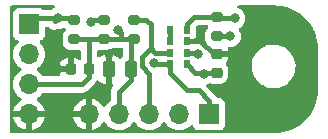
<source format=gbr>
%TF.GenerationSoftware,KiCad,Pcbnew,7.0.7*%
%TF.CreationDate,2024-04-15T22:19:54-04:00*%
%TF.ProjectId,apds9960_breakout,61706473-3939-4363-905f-627265616b6f,rev?*%
%TF.SameCoordinates,Original*%
%TF.FileFunction,Copper,L1,Top*%
%TF.FilePolarity,Positive*%
%FSLAX46Y46*%
G04 Gerber Fmt 4.6, Leading zero omitted, Abs format (unit mm)*
G04 Created by KiCad (PCBNEW 7.0.7) date 2024-04-15 22:19:54*
%MOMM*%
%LPD*%
G01*
G04 APERTURE LIST*
G04 Aperture macros list*
%AMRoundRect*
0 Rectangle with rounded corners*
0 $1 Rounding radius*
0 $2 $3 $4 $5 $6 $7 $8 $9 X,Y pos of 4 corners*
0 Add a 4 corners polygon primitive as box body*
4,1,4,$2,$3,$4,$5,$6,$7,$8,$9,$2,$3,0*
0 Add four circle primitives for the rounded corners*
1,1,$1+$1,$2,$3*
1,1,$1+$1,$4,$5*
1,1,$1+$1,$6,$7*
1,1,$1+$1,$8,$9*
0 Add four rect primitives between the rounded corners*
20,1,$1+$1,$2,$3,$4,$5,0*
20,1,$1+$1,$4,$5,$6,$7,0*
20,1,$1+$1,$6,$7,$8,$9,0*
20,1,$1+$1,$8,$9,$2,$3,0*%
G04 Aperture macros list end*
%TA.AperFunction,SMDPad,CuDef*%
%ADD10RoundRect,0.200000X0.275000X-0.200000X0.275000X0.200000X-0.275000X0.200000X-0.275000X-0.200000X0*%
%TD*%
%TA.AperFunction,ComponentPad*%
%ADD11R,1.700000X1.700000*%
%TD*%
%TA.AperFunction,ComponentPad*%
%ADD12O,1.700000X1.700000*%
%TD*%
%TA.AperFunction,SMDPad,CuDef*%
%ADD13RoundRect,0.225000X-0.250000X0.225000X-0.250000X-0.225000X0.250000X-0.225000X0.250000X0.225000X0*%
%TD*%
%TA.AperFunction,SMDPad,CuDef*%
%ADD14RoundRect,0.250000X0.250000X0.475000X-0.250000X0.475000X-0.250000X-0.475000X0.250000X-0.475000X0*%
%TD*%
%TA.AperFunction,SMDPad,CuDef*%
%ADD15RoundRect,0.200000X-0.275000X0.200000X-0.275000X-0.200000X0.275000X-0.200000X0.275000X0.200000X0*%
%TD*%
%TA.AperFunction,SMDPad,CuDef*%
%ADD16RoundRect,0.225000X0.225000X0.250000X-0.225000X0.250000X-0.225000X-0.250000X0.225000X-0.250000X0*%
%TD*%
%TA.AperFunction,SMDPad,CuDef*%
%ADD17R,0.600000X0.720000*%
%TD*%
%TA.AperFunction,ViaPad*%
%ADD18C,0.800000*%
%TD*%
%TA.AperFunction,Conductor*%
%ADD19C,0.400000*%
%TD*%
G04 APERTURE END LIST*
D10*
%TO.P,R2,1*%
%TO.N,+3V3*%
X135255000Y-86360000D03*
%TO.P,R2,2*%
%TO.N,Net-(J2-Pin_3)*%
X135255000Y-84710000D03*
%TD*%
D11*
%TO.P,J1,1,Pin_1*%
%TO.N,SDA*%
X126365000Y-85090000D03*
D12*
%TO.P,J1,2,Pin_2*%
%TO.N,SCL*%
X126365000Y-87630000D03*
%TO.P,J1,3,Pin_3*%
%TO.N,+3V3*%
X126365000Y-90170000D03*
%TO.P,J1,4,Pin_4*%
%TO.N,GND*%
X126365000Y-92710000D03*
%TD*%
D10*
%TO.P,R3,1*%
%TO.N,+3V3*%
X130175000Y-86360000D03*
%TO.P,R3,2*%
%TO.N,SDA*%
X130175000Y-84710000D03*
%TD*%
%TO.P,R4,1*%
%TO.N,+3V3*%
X132715000Y-86360000D03*
%TO.P,R4,2*%
%TO.N,SCL*%
X132715000Y-84710000D03*
%TD*%
D13*
%TO.P,C2,1*%
%TO.N,GND*%
X142240000Y-87630000D03*
%TO.P,C2,2*%
%TO.N,Net-(U1-VCC)*%
X142240000Y-89180000D03*
%TD*%
D14*
%TO.P,C3,1*%
%TO.N,+3V3*%
X134996000Y-88900000D03*
%TO.P,C3,2*%
%TO.N,GND*%
X133096000Y-88900000D03*
%TD*%
D15*
%TO.P,R1,1*%
%TO.N,+3V3*%
X142240000Y-84455000D03*
%TO.P,R1,2*%
%TO.N,Net-(U1-VCC)*%
X142240000Y-86105000D03*
%TD*%
D16*
%TO.P,C1,1*%
%TO.N,+3V3*%
X131445000Y-88900000D03*
%TO.P,C1,2*%
%TO.N,GND*%
X129895000Y-88900000D03*
%TD*%
D11*
%TO.P,J2,1,Pin_1*%
%TO.N,SDA*%
X141605000Y-92710000D03*
D12*
%TO.P,J2,2,Pin_2*%
%TO.N,SCL*%
X139065000Y-92710000D03*
%TO.P,J2,3,Pin_3*%
%TO.N,Net-(J2-Pin_3)*%
X136525000Y-92710000D03*
%TO.P,J2,4,Pin_4*%
%TO.N,+3V3*%
X133985000Y-92710000D03*
%TO.P,J2,5,Pin_5*%
%TO.N,GND*%
X131445000Y-92710000D03*
%TD*%
D17*
%TO.P,U1,1,SDA*%
%TO.N,SDA*%
X138300000Y-88450000D03*
%TO.P,U1,2,INT*%
%TO.N,Net-(J2-Pin_3)*%
X138300000Y-87480000D03*
%TO.P,U1,3,LDR*%
%TO.N,Net-(U1-LDR)*%
X138300000Y-86510000D03*
%TO.P,U1,4,LED_K*%
X138300000Y-85540000D03*
%TO.P,U1,5,LED_A*%
%TO.N,+3V3*%
X139700000Y-85540000D03*
%TO.P,U1,6,GND*%
%TO.N,GND*%
X139700000Y-86510000D03*
%TO.P,U1,7,SCL*%
%TO.N,SCL*%
X139700000Y-87480000D03*
%TO.P,U1,8,VCC*%
%TO.N,Net-(U1-VCC)*%
X139700000Y-88450000D03*
%TD*%
D18*
%TO.N,+3V3*%
X143764000Y-84582000D03*
X133858000Y-85598000D03*
%TO.N,GND*%
X128778000Y-88900000D03*
X133096000Y-87630000D03*
%TO.N,Net-(U1-VCC)*%
X143383000Y-86106000D03*
X141204832Y-89287832D03*
%TO.N,SDA*%
X128778000Y-84582000D03*
X136906000Y-88392000D03*
%TO.N,SCL*%
X140640500Y-87617431D03*
X131572000Y-84873500D03*
%TD*%
D19*
%TO.N,SDA*%
X128778000Y-84582000D02*
X126873000Y-84582000D01*
X126873000Y-84582000D02*
X126365000Y-85090000D01*
%TO.N,+3V3*%
X139700000Y-85090000D02*
X140335000Y-84455000D01*
X130175000Y-86360000D02*
X131445000Y-86360000D01*
X140335000Y-84455000D02*
X142240000Y-84455000D01*
X134996000Y-89794000D02*
X133985000Y-90805000D01*
X131445000Y-86360000D02*
X132715000Y-86360000D01*
X134996000Y-86619000D02*
X135255000Y-86360000D01*
X143764000Y-84582000D02*
X142367000Y-84582000D01*
X132715000Y-86360000D02*
X134112000Y-86360000D01*
X131445000Y-89535000D02*
X131445000Y-88900000D01*
X131445000Y-88900000D02*
X131445000Y-86360000D01*
X134112000Y-85852000D02*
X133858000Y-85598000D01*
X133985000Y-90805000D02*
X133985000Y-92710000D01*
X139700000Y-85540000D02*
X139700000Y-85090000D01*
X126365000Y-90170000D02*
X130810000Y-90170000D01*
X130810000Y-90170000D02*
X131445000Y-89535000D01*
X134112000Y-86360000D02*
X135255000Y-86360000D01*
X134996000Y-88900000D02*
X134996000Y-89794000D01*
X134112000Y-86360000D02*
X134112000Y-85852000D01*
X134996000Y-88900000D02*
X134996000Y-86619000D01*
X142367000Y-84582000D02*
X142240000Y-84455000D01*
%TO.N,GND*%
X129895000Y-88900000D02*
X128778000Y-88900000D01*
X142240000Y-87630000D02*
X141986000Y-87630000D01*
X133096000Y-88900000D02*
X133096000Y-87630000D01*
X126365000Y-92710000D02*
X131445000Y-92710000D01*
X140866000Y-86510000D02*
X139700000Y-86510000D01*
X141986000Y-87630000D02*
X140866000Y-86510000D01*
%TO.N,Net-(U1-VCC)*%
X141312664Y-89180000D02*
X141204832Y-89287832D01*
X142240000Y-89180000D02*
X141312664Y-89180000D01*
X143383000Y-86106000D02*
X142241000Y-86106000D01*
X140430000Y-89180000D02*
X139700000Y-88450000D01*
X142241000Y-86106000D02*
X142240000Y-86105000D01*
X142240000Y-89180000D02*
X140430000Y-89180000D01*
%TO.N,Net-(J2-Pin_3)*%
X136652000Y-87122000D02*
X137010000Y-87480000D01*
X135896000Y-87890000D02*
X135890000Y-87884000D01*
X135255000Y-84710000D02*
X136272000Y-84710000D01*
X135896000Y-88652000D02*
X135896000Y-87890000D01*
X137010000Y-87480000D02*
X138300000Y-87480000D01*
X136652000Y-85090000D02*
X136652000Y-87122000D01*
X136525000Y-92710000D02*
X136525000Y-89281000D01*
X135890000Y-87884000D02*
X136652000Y-87122000D01*
X136272000Y-84710000D02*
X136652000Y-85090000D01*
X136525000Y-89281000D02*
X135896000Y-88652000D01*
%TO.N,SDA*%
X139768000Y-90678000D02*
X140716000Y-90678000D01*
X128778000Y-84582000D02*
X130047000Y-84582000D01*
X138300000Y-88450000D02*
X138300000Y-89210000D01*
X141605000Y-91567000D02*
X141605000Y-92710000D01*
X138300000Y-88450000D02*
X136964000Y-88450000D01*
X138300000Y-89210000D02*
X139768000Y-90678000D01*
X140716000Y-90678000D02*
X141605000Y-91567000D01*
X130047000Y-84582000D02*
X130175000Y-84710000D01*
X128524000Y-84836000D02*
X128778000Y-84582000D01*
X136964000Y-88450000D02*
X136906000Y-88392000D01*
%TO.N,SCL*%
X131735500Y-84710000D02*
X131572000Y-84873500D01*
X139700000Y-87480000D02*
X140503069Y-87480000D01*
X132715000Y-84710000D02*
X131735500Y-84710000D01*
X140503069Y-87480000D02*
X140640500Y-87617431D01*
%TO.N,Net-(U1-LDR)*%
X138300000Y-86510000D02*
X138300000Y-85540000D01*
%TD*%
%TA.AperFunction,Conductor*%
%TO.N,GND*%
G36*
X128510480Y-83505185D02*
G01*
X128556235Y-83557989D01*
X128566179Y-83627147D01*
X128537154Y-83690703D01*
X128493877Y-83722779D01*
X128325270Y-83797848D01*
X128325265Y-83797851D01*
X128242729Y-83857818D01*
X128176923Y-83881298D01*
X128169844Y-83881500D01*
X127612544Y-83881500D01*
X127545505Y-83861815D01*
X127538233Y-83856767D01*
X127457331Y-83796204D01*
X127457328Y-83796202D01*
X127322482Y-83745908D01*
X127322483Y-83745908D01*
X127262883Y-83739501D01*
X127262881Y-83739500D01*
X127262873Y-83739500D01*
X127262864Y-83739500D01*
X125467129Y-83739500D01*
X125467123Y-83739501D01*
X125407516Y-83745908D01*
X125272671Y-83796202D01*
X125272664Y-83796206D01*
X125157455Y-83882452D01*
X125157452Y-83882455D01*
X125071206Y-83997664D01*
X125071202Y-83997671D01*
X125020908Y-84132517D01*
X125014501Y-84192116D01*
X125014500Y-84192135D01*
X125014500Y-85987870D01*
X125014501Y-85987876D01*
X125020908Y-86047483D01*
X125071202Y-86182328D01*
X125071206Y-86182335D01*
X125157452Y-86297544D01*
X125157455Y-86297547D01*
X125272664Y-86383793D01*
X125272671Y-86383797D01*
X125404081Y-86432810D01*
X125460015Y-86474681D01*
X125484432Y-86540145D01*
X125469580Y-86608418D01*
X125448430Y-86636673D01*
X125326503Y-86758600D01*
X125190965Y-86952169D01*
X125190964Y-86952171D01*
X125091098Y-87166335D01*
X125091094Y-87166344D01*
X125029938Y-87394586D01*
X125029936Y-87394596D01*
X125009341Y-87629999D01*
X125009341Y-87630000D01*
X125029936Y-87865403D01*
X125029938Y-87865413D01*
X125091094Y-88093655D01*
X125091096Y-88093659D01*
X125091097Y-88093663D01*
X125184048Y-88292997D01*
X125190965Y-88307830D01*
X125190967Y-88307834D01*
X125326501Y-88501395D01*
X125326506Y-88501402D01*
X125493597Y-88668493D01*
X125493603Y-88668498D01*
X125679158Y-88798425D01*
X125722783Y-88853002D01*
X125729977Y-88922500D01*
X125698454Y-88984855D01*
X125679158Y-89001575D01*
X125493597Y-89131505D01*
X125326505Y-89298597D01*
X125190965Y-89492169D01*
X125190964Y-89492171D01*
X125091098Y-89706335D01*
X125091094Y-89706344D01*
X125029938Y-89934586D01*
X125029936Y-89934596D01*
X125009341Y-90169999D01*
X125009341Y-90170000D01*
X125029936Y-90405403D01*
X125029938Y-90405413D01*
X125091094Y-90633655D01*
X125091096Y-90633659D01*
X125091097Y-90633663D01*
X125151126Y-90762395D01*
X125190965Y-90847830D01*
X125190967Y-90847834D01*
X125326501Y-91041395D01*
X125326506Y-91041402D01*
X125493597Y-91208493D01*
X125493603Y-91208498D01*
X125542136Y-91242481D01*
X125676747Y-91336737D01*
X125679594Y-91338730D01*
X125723219Y-91393307D01*
X125730413Y-91462805D01*
X125698890Y-91525160D01*
X125679595Y-91541880D01*
X125493922Y-91671890D01*
X125493920Y-91671891D01*
X125326891Y-91838920D01*
X125326886Y-91838926D01*
X125191400Y-92032420D01*
X125191399Y-92032422D01*
X125091570Y-92246507D01*
X125091567Y-92246513D01*
X125034364Y-92459999D01*
X125034364Y-92460000D01*
X125751653Y-92460000D01*
X125818692Y-92479685D01*
X125864447Y-92532489D01*
X125874391Y-92601647D01*
X125870631Y-92618933D01*
X125865000Y-92638111D01*
X125865000Y-92781888D01*
X125870631Y-92801067D01*
X125870630Y-92870936D01*
X125832855Y-92929714D01*
X125769299Y-92958738D01*
X125751653Y-92960000D01*
X125034364Y-92960000D01*
X125091567Y-93173486D01*
X125091570Y-93173492D01*
X125191399Y-93387578D01*
X125326894Y-93581082D01*
X125493917Y-93748105D01*
X125687421Y-93883600D01*
X125901507Y-93983429D01*
X125901516Y-93983433D01*
X126114998Y-94040635D01*
X126114999Y-94040634D01*
X126114999Y-93322301D01*
X126134684Y-93255262D01*
X126187488Y-93209507D01*
X126256646Y-93199563D01*
X126263380Y-93200531D01*
X126329237Y-93210000D01*
X126329238Y-93210000D01*
X126400762Y-93210000D01*
X126400763Y-93210000D01*
X126473353Y-93199563D01*
X126542512Y-93209507D01*
X126595315Y-93255262D01*
X126615000Y-93322301D01*
X126615000Y-94040633D01*
X126828483Y-93983433D01*
X126828492Y-93983429D01*
X127042578Y-93883600D01*
X127236082Y-93748105D01*
X127403105Y-93581082D01*
X127538600Y-93387578D01*
X127638429Y-93173492D01*
X127638432Y-93173486D01*
X127695636Y-92960000D01*
X126978347Y-92960000D01*
X126911308Y-92940315D01*
X126865553Y-92887511D01*
X126855609Y-92818353D01*
X126859369Y-92801067D01*
X126865000Y-92781888D01*
X126865000Y-92638111D01*
X126859369Y-92618933D01*
X126859370Y-92549064D01*
X126897145Y-92490286D01*
X126960701Y-92461262D01*
X126978347Y-92460000D01*
X127695636Y-92460000D01*
X127695635Y-92459999D01*
X127638432Y-92246513D01*
X127638429Y-92246507D01*
X127538600Y-92032422D01*
X127538599Y-92032420D01*
X127403113Y-91838926D01*
X127403108Y-91838920D01*
X127236078Y-91671890D01*
X127050405Y-91541879D01*
X127006780Y-91487302D01*
X126999588Y-91417804D01*
X127031110Y-91355449D01*
X127050406Y-91338730D01*
X127051944Y-91337653D01*
X127236401Y-91208495D01*
X127403495Y-91041401D01*
X127486136Y-90923376D01*
X127540713Y-90879752D01*
X127587711Y-90870500D01*
X130786952Y-90870500D01*
X130790697Y-90870613D01*
X130798042Y-90871057D01*
X130852606Y-90874358D01*
X130890314Y-90867447D01*
X130913621Y-90863177D01*
X130917325Y-90862613D01*
X130935170Y-90860446D01*
X130978872Y-90855140D01*
X130988335Y-90851550D01*
X131009961Y-90845522D01*
X131010893Y-90845351D01*
X131019932Y-90843695D01*
X131076512Y-90818229D01*
X131079942Y-90816809D01*
X131137930Y-90794818D01*
X131146266Y-90789062D01*
X131165821Y-90778034D01*
X131175057Y-90773878D01*
X131223896Y-90735613D01*
X131226876Y-90733421D01*
X131277929Y-90698183D01*
X131319065Y-90651748D01*
X131321599Y-90649056D01*
X131924048Y-90046606D01*
X131926740Y-90044072D01*
X131973183Y-90002929D01*
X132008427Y-89951867D01*
X132010634Y-89948869D01*
X132048878Y-89900056D01*
X132053037Y-89890813D01*
X132064052Y-89871281D01*
X132068378Y-89865014D01*
X132122655Y-89821025D01*
X132192103Y-89813361D01*
X132254670Y-89844460D01*
X132258110Y-89847771D01*
X132377654Y-89967315D01*
X132526875Y-90059356D01*
X132526880Y-90059358D01*
X132693302Y-90114505D01*
X132693309Y-90114506D01*
X132796019Y-90124999D01*
X132845999Y-90124998D01*
X132846000Y-90124998D01*
X132845999Y-87675000D01*
X132845999Y-87674999D01*
X132796029Y-87675000D01*
X132796011Y-87675001D01*
X132693302Y-87685494D01*
X132526880Y-87740641D01*
X132526875Y-87740643D01*
X132377656Y-87832683D01*
X132357180Y-87853159D01*
X132295856Y-87886643D01*
X132226164Y-87881657D01*
X132170231Y-87839784D01*
X132145816Y-87774320D01*
X132145500Y-87765476D01*
X132145500Y-87370472D01*
X132165185Y-87303433D01*
X132217989Y-87257678D01*
X132287147Y-87247734D01*
X132306386Y-87252086D01*
X132312804Y-87254086D01*
X132383384Y-87260500D01*
X132383387Y-87260500D01*
X133046613Y-87260500D01*
X133046616Y-87260500D01*
X133117196Y-87254086D01*
X133279606Y-87203478D01*
X133425185Y-87115472D01*
X133425189Y-87115467D01*
X133443839Y-87096819D01*
X133505162Y-87063334D01*
X133531520Y-87060500D01*
X134026944Y-87060500D01*
X134069628Y-87060500D01*
X134171500Y-87060500D01*
X134238539Y-87080185D01*
X134284294Y-87132989D01*
X134295500Y-87184500D01*
X134295500Y-87762769D01*
X134275815Y-87829808D01*
X134259182Y-87850450D01*
X134153283Y-87956349D01*
X134151241Y-87959661D01*
X134149247Y-87961453D01*
X134148807Y-87962011D01*
X134148711Y-87961935D01*
X134099291Y-88006383D01*
X134030328Y-88017602D01*
X133966247Y-87989755D01*
X133940168Y-87959656D01*
X133938319Y-87956659D01*
X133938316Y-87956655D01*
X133814345Y-87832684D01*
X133665124Y-87740643D01*
X133665119Y-87740641D01*
X133498697Y-87685494D01*
X133498690Y-87685493D01*
X133395986Y-87675000D01*
X133346000Y-87675000D01*
X133346000Y-90124999D01*
X133369236Y-90124999D01*
X133436275Y-90144684D01*
X133482030Y-90197488D01*
X133491974Y-90266646D01*
X133462949Y-90330202D01*
X133461746Y-90331416D01*
X133461791Y-90331456D01*
X133456819Y-90337068D01*
X133421586Y-90388109D01*
X133419368Y-90391124D01*
X133381124Y-90439939D01*
X133381119Y-90439948D01*
X133376960Y-90449188D01*
X133365942Y-90468723D01*
X133360187Y-90477061D01*
X133360183Y-90477067D01*
X133360182Y-90477070D01*
X133360180Y-90477074D01*
X133360179Y-90477077D01*
X133338189Y-90535055D01*
X133336757Y-90538513D01*
X133311305Y-90595068D01*
X133309477Y-90605042D01*
X133303453Y-90626653D01*
X133299860Y-90636127D01*
X133299859Y-90636128D01*
X133292384Y-90697685D01*
X133291821Y-90701386D01*
X133280642Y-90762390D01*
X133280642Y-90762395D01*
X133284387Y-90824302D01*
X133284500Y-90828047D01*
X133284500Y-91487288D01*
X133264815Y-91554327D01*
X133231624Y-91588863D01*
X133113594Y-91671508D01*
X132946508Y-91838594D01*
X132816269Y-92024595D01*
X132761692Y-92068219D01*
X132692193Y-92075412D01*
X132629839Y-92043890D01*
X132613119Y-92024594D01*
X132483113Y-91838926D01*
X132483108Y-91838920D01*
X132316082Y-91671894D01*
X132122578Y-91536399D01*
X131908492Y-91436570D01*
X131908486Y-91436567D01*
X131695000Y-91379364D01*
X131694999Y-91379364D01*
X131695000Y-92097698D01*
X131675315Y-92164737D01*
X131622511Y-92210492D01*
X131553355Y-92220436D01*
X131480766Y-92210000D01*
X131480763Y-92210000D01*
X131409237Y-92210000D01*
X131409233Y-92210000D01*
X131336644Y-92220436D01*
X131267486Y-92210492D01*
X131214683Y-92164736D01*
X131194999Y-92097698D01*
X131194998Y-91379364D01*
X130981505Y-91436570D01*
X130767422Y-91536399D01*
X130767420Y-91536400D01*
X130573926Y-91671886D01*
X130573920Y-91671891D01*
X130406891Y-91838920D01*
X130406886Y-91838926D01*
X130271400Y-92032420D01*
X130271399Y-92032422D01*
X130171570Y-92246507D01*
X130171567Y-92246513D01*
X130114364Y-92459999D01*
X130114364Y-92460000D01*
X130831653Y-92460000D01*
X130898692Y-92479685D01*
X130944447Y-92532489D01*
X130954391Y-92601647D01*
X130950631Y-92618933D01*
X130945000Y-92638111D01*
X130945000Y-92781888D01*
X130950631Y-92801067D01*
X130950630Y-92870936D01*
X130912855Y-92929714D01*
X130849299Y-92958738D01*
X130831653Y-92960000D01*
X130114364Y-92960000D01*
X130171567Y-93173486D01*
X130171570Y-93173492D01*
X130271399Y-93387578D01*
X130406894Y-93581082D01*
X130573917Y-93748105D01*
X130767421Y-93883600D01*
X130981507Y-93983429D01*
X130981516Y-93983433D01*
X131194998Y-94040635D01*
X131194998Y-94040634D01*
X131194999Y-93322301D01*
X131214684Y-93255262D01*
X131267488Y-93209507D01*
X131336646Y-93199563D01*
X131343380Y-93200531D01*
X131409237Y-93210000D01*
X131409238Y-93210000D01*
X131480762Y-93210000D01*
X131480763Y-93210000D01*
X131553353Y-93199563D01*
X131622512Y-93209507D01*
X131675315Y-93255262D01*
X131695000Y-93322301D01*
X131695000Y-94040634D01*
X131908483Y-93983433D01*
X131908492Y-93983429D01*
X132122578Y-93883600D01*
X132316082Y-93748105D01*
X132483105Y-93581082D01*
X132613119Y-93395405D01*
X132667696Y-93351781D01*
X132737195Y-93344588D01*
X132799549Y-93376110D01*
X132816269Y-93395405D01*
X132946505Y-93581401D01*
X133113599Y-93748495D01*
X133210384Y-93816265D01*
X133307165Y-93884032D01*
X133307167Y-93884033D01*
X133307170Y-93884035D01*
X133521337Y-93983903D01*
X133749592Y-94045063D01*
X133926034Y-94060500D01*
X133984999Y-94065659D01*
X133985000Y-94065659D01*
X133985001Y-94065659D01*
X134043966Y-94060500D01*
X134220408Y-94045063D01*
X134448663Y-93983903D01*
X134662830Y-93884035D01*
X134856401Y-93748495D01*
X135023495Y-93581401D01*
X135153424Y-93395842D01*
X135208002Y-93352217D01*
X135277500Y-93345023D01*
X135339855Y-93376546D01*
X135356575Y-93395842D01*
X135486281Y-93581082D01*
X135486505Y-93581401D01*
X135653599Y-93748495D01*
X135750384Y-93816265D01*
X135847165Y-93884032D01*
X135847167Y-93884033D01*
X135847170Y-93884035D01*
X136061337Y-93983903D01*
X136289592Y-94045063D01*
X136466034Y-94060500D01*
X136524999Y-94065659D01*
X136525000Y-94065659D01*
X136525001Y-94065659D01*
X136583966Y-94060500D01*
X136760408Y-94045063D01*
X136988663Y-93983903D01*
X137202830Y-93884035D01*
X137396401Y-93748495D01*
X137563495Y-93581401D01*
X137693424Y-93395842D01*
X137748002Y-93352217D01*
X137817500Y-93345023D01*
X137879855Y-93376546D01*
X137896575Y-93395842D01*
X138026281Y-93581082D01*
X138026505Y-93581401D01*
X138193599Y-93748495D01*
X138290384Y-93816265D01*
X138387165Y-93884032D01*
X138387167Y-93884033D01*
X138387170Y-93884035D01*
X138601337Y-93983903D01*
X138829592Y-94045063D01*
X139006034Y-94060500D01*
X139064999Y-94065659D01*
X139065000Y-94065659D01*
X139065001Y-94065659D01*
X139123966Y-94060500D01*
X139300408Y-94045063D01*
X139528663Y-93983903D01*
X139742830Y-93884035D01*
X139936401Y-93748495D01*
X140058329Y-93626566D01*
X140119648Y-93593084D01*
X140189340Y-93598068D01*
X140245274Y-93639939D01*
X140262189Y-93670917D01*
X140311202Y-93802328D01*
X140311206Y-93802335D01*
X140397452Y-93917544D01*
X140397455Y-93917547D01*
X140512664Y-94003793D01*
X140512671Y-94003797D01*
X140647517Y-94054091D01*
X140647516Y-94054091D01*
X140654444Y-94054835D01*
X140707127Y-94060500D01*
X142502872Y-94060499D01*
X142562483Y-94054091D01*
X142697331Y-94003796D01*
X142812546Y-93917546D01*
X142898796Y-93802331D01*
X142949091Y-93667483D01*
X142955500Y-93607873D01*
X142955499Y-91812128D01*
X142949091Y-91752517D01*
X142947810Y-91749083D01*
X142898797Y-91617671D01*
X142898793Y-91617664D01*
X142812547Y-91502455D01*
X142812544Y-91502452D01*
X142697335Y-91416206D01*
X142697328Y-91416202D01*
X142562482Y-91365908D01*
X142562483Y-91365908D01*
X142502883Y-91359501D01*
X142502881Y-91359500D01*
X142502873Y-91359500D01*
X142502865Y-91359500D01*
X142361081Y-91359500D01*
X142294042Y-91339815D01*
X142248287Y-91287011D01*
X142245146Y-91279490D01*
X142229818Y-91239070D01*
X142224063Y-91230733D01*
X142213036Y-91211182D01*
X142208879Y-91201946D01*
X142208878Y-91201943D01*
X142174731Y-91158357D01*
X142170630Y-91153122D01*
X142168410Y-91150106D01*
X142133183Y-91099071D01*
X142086750Y-91057935D01*
X142084056Y-91055399D01*
X141392937Y-90364279D01*
X141359452Y-90302957D01*
X141364436Y-90233265D01*
X141406308Y-90177332D01*
X141454835Y-90155310D01*
X141484635Y-90148976D01*
X141630241Y-90084146D01*
X141699491Y-90074862D01*
X141719679Y-90079719D01*
X141842292Y-90120349D01*
X141941655Y-90130500D01*
X142538344Y-90130499D01*
X142538352Y-90130498D01*
X142538355Y-90130498D01*
X142592760Y-90124940D01*
X142637708Y-90120349D01*
X142798697Y-90067003D01*
X142943044Y-89977968D01*
X143062968Y-89858044D01*
X143152003Y-89713697D01*
X143205349Y-89552708D01*
X143215500Y-89453345D01*
X143215499Y-88906656D01*
X143209602Y-88848931D01*
X143205349Y-88807292D01*
X143205348Y-88807289D01*
X143174357Y-88713765D01*
X143174356Y-88713763D01*
X145211787Y-88713763D01*
X145241413Y-88983013D01*
X145241415Y-88983024D01*
X145308178Y-89238394D01*
X145309928Y-89245088D01*
X145415870Y-89494390D01*
X145552977Y-89719047D01*
X145556979Y-89725605D01*
X145556986Y-89725615D01*
X145730253Y-89933819D01*
X145730259Y-89933824D01*
X145884455Y-90071983D01*
X145931998Y-90114582D01*
X146157910Y-90264044D01*
X146403176Y-90379020D01*
X146403183Y-90379022D01*
X146403185Y-90379023D01*
X146662557Y-90457057D01*
X146662564Y-90457058D01*
X146662569Y-90457060D01*
X146930561Y-90496500D01*
X146930566Y-90496500D01*
X147133636Y-90496500D01*
X147185133Y-90492730D01*
X147336156Y-90481677D01*
X147482004Y-90449188D01*
X147600546Y-90422782D01*
X147600548Y-90422781D01*
X147600553Y-90422780D01*
X147853558Y-90326014D01*
X148089777Y-90193441D01*
X148304177Y-90027888D01*
X148492186Y-89832881D01*
X148649799Y-89612579D01*
X148733482Y-89449815D01*
X148773649Y-89371690D01*
X148773651Y-89371684D01*
X148773656Y-89371675D01*
X148861118Y-89115305D01*
X148910319Y-88848933D01*
X148920212Y-88578235D01*
X148890586Y-88308982D01*
X148822072Y-88046912D01*
X148716130Y-87797610D01*
X148575018Y-87566390D01*
X148485747Y-87459119D01*
X148401746Y-87358180D01*
X148401740Y-87358175D01*
X148200002Y-87177418D01*
X147974092Y-87027957D01*
X147974090Y-87027956D01*
X147728824Y-86912980D01*
X147728819Y-86912978D01*
X147728814Y-86912976D01*
X147469442Y-86834942D01*
X147469428Y-86834939D01*
X147353791Y-86817921D01*
X147201439Y-86795500D01*
X146998369Y-86795500D01*
X146998364Y-86795500D01*
X146795844Y-86810323D01*
X146795831Y-86810325D01*
X146531453Y-86869217D01*
X146531446Y-86869220D01*
X146278439Y-86965987D01*
X146042226Y-87098557D01*
X146042224Y-87098558D01*
X146042223Y-87098559D01*
X146020325Y-87115468D01*
X145827822Y-87264112D01*
X145639822Y-87459109D01*
X145639816Y-87459116D01*
X145482202Y-87679419D01*
X145482199Y-87679424D01*
X145358350Y-87920309D01*
X145358343Y-87920327D01*
X145270884Y-88176685D01*
X145270881Y-88176699D01*
X145221681Y-88443068D01*
X145221680Y-88443075D01*
X145211787Y-88713763D01*
X143174356Y-88713763D01*
X143152003Y-88646303D01*
X143151999Y-88646297D01*
X143151998Y-88646294D01*
X143062970Y-88501959D01*
X143062967Y-88501955D01*
X143053339Y-88492327D01*
X143019854Y-88431004D01*
X143024838Y-88361312D01*
X143053345Y-88316959D01*
X143062573Y-88307731D01*
X143151542Y-88163492D01*
X143151547Y-88163481D01*
X143204855Y-88002606D01*
X143214999Y-87903322D01*
X143215000Y-87903309D01*
X143215000Y-87880000D01*
X142114000Y-87880000D01*
X142046961Y-87860315D01*
X142001206Y-87807511D01*
X141990000Y-87756000D01*
X141990000Y-87504000D01*
X142009685Y-87436961D01*
X142062489Y-87391206D01*
X142114000Y-87380000D01*
X143214999Y-87380000D01*
X143214999Y-87356692D01*
X143214998Y-87356677D01*
X143204855Y-87257392D01*
X143175732Y-87169504D01*
X143173330Y-87099676D01*
X143209062Y-87039634D01*
X143271582Y-87008441D01*
X143293438Y-87006500D01*
X143477644Y-87006500D01*
X143477646Y-87006500D01*
X143662803Y-86967144D01*
X143835730Y-86890151D01*
X143988871Y-86778888D01*
X144115533Y-86638216D01*
X144210179Y-86474284D01*
X144268674Y-86294256D01*
X144288460Y-86106000D01*
X144268674Y-85917744D01*
X144210179Y-85737716D01*
X144143764Y-85622681D01*
X144112284Y-85568156D01*
X144113635Y-85567375D01*
X144092810Y-85509036D01*
X144108626Y-85440980D01*
X144158725Y-85392278D01*
X144166143Y-85388673D01*
X144216730Y-85366151D01*
X144369871Y-85254888D01*
X144496533Y-85114216D01*
X144591179Y-84950284D01*
X144649674Y-84770256D01*
X144669460Y-84582000D01*
X144649674Y-84393744D01*
X144591179Y-84213716D01*
X144496533Y-84049784D01*
X144369871Y-83909112D01*
X144345739Y-83891579D01*
X144216734Y-83797851D01*
X144216729Y-83797848D01*
X144048123Y-83722779D01*
X143994886Y-83677529D01*
X143974565Y-83610680D01*
X143993611Y-83543456D01*
X144045977Y-83497201D01*
X144098559Y-83485500D01*
X147082405Y-83485500D01*
X147128471Y-83485500D01*
X147131513Y-83485575D01*
X147489571Y-83503165D01*
X147495624Y-83503760D01*
X147848724Y-83556138D01*
X147854676Y-83557321D01*
X148133437Y-83627147D01*
X148200953Y-83644059D01*
X148206774Y-83645824D01*
X148542867Y-83766081D01*
X148548486Y-83768409D01*
X148871181Y-83921031D01*
X148876539Y-83923894D01*
X149182713Y-84107408D01*
X149187775Y-84110790D01*
X149474494Y-84323436D01*
X149479198Y-84327296D01*
X149743699Y-84567025D01*
X149747974Y-84571300D01*
X149953437Y-84797994D01*
X149987701Y-84835799D01*
X149991563Y-84840505D01*
X150204209Y-85127224D01*
X150207591Y-85132286D01*
X150363424Y-85392278D01*
X150391098Y-85438448D01*
X150393968Y-85443818D01*
X150546590Y-85766513D01*
X150548920Y-85772137D01*
X150669173Y-86108220D01*
X150670940Y-86114046D01*
X150757674Y-86460304D01*
X150758861Y-86466275D01*
X150811238Y-86819370D01*
X150811834Y-86825428D01*
X150829425Y-87183486D01*
X150829500Y-87186529D01*
X150829500Y-90613470D01*
X150829425Y-90616513D01*
X150811834Y-90974571D01*
X150811238Y-90980629D01*
X150758861Y-91333724D01*
X150757674Y-91339695D01*
X150670940Y-91685953D01*
X150669173Y-91691779D01*
X150548920Y-92027862D01*
X150546590Y-92033486D01*
X150393968Y-92356181D01*
X150391098Y-92361551D01*
X150207591Y-92667713D01*
X150204209Y-92672775D01*
X149991563Y-92959494D01*
X149987701Y-92964200D01*
X149911782Y-93047965D01*
X149765370Y-93209507D01*
X149747989Y-93228684D01*
X149743689Y-93232983D01*
X149719109Y-93255262D01*
X149479200Y-93472701D01*
X149474494Y-93476563D01*
X149187775Y-93689209D01*
X149182713Y-93692591D01*
X148876551Y-93876098D01*
X148871181Y-93878968D01*
X148548486Y-94031590D01*
X148542862Y-94033920D01*
X148206779Y-94154173D01*
X148200953Y-94155940D01*
X147854695Y-94242674D01*
X147848724Y-94243861D01*
X147495629Y-94296238D01*
X147489571Y-94296834D01*
X147131514Y-94314425D01*
X147128471Y-94314500D01*
X124884500Y-94314500D01*
X124817461Y-94294815D01*
X124771706Y-94242011D01*
X124760500Y-94190500D01*
X124760500Y-83609500D01*
X124780185Y-83542461D01*
X124832989Y-83496706D01*
X124884500Y-83485500D01*
X128443441Y-83485500D01*
X128510480Y-83505185D01*
G37*
%TD.AperFunction*%
%TA.AperFunction,Conductor*%
G36*
X127995520Y-85302185D02*
G01*
X128016157Y-85318814D01*
X128088815Y-85391472D01*
X128234394Y-85479478D01*
X128396804Y-85530086D01*
X128566606Y-85540358D01*
X128733932Y-85509695D01*
X128770082Y-85493424D01*
X128820974Y-85482500D01*
X128872644Y-85482500D01*
X128872646Y-85482500D01*
X129057803Y-85443144D01*
X129230730Y-85366151D01*
X129230740Y-85366143D01*
X129233756Y-85364403D01*
X129235736Y-85363922D01*
X129236667Y-85363508D01*
X129236742Y-85363678D01*
X129301655Y-85347925D01*
X129367683Y-85370771D01*
X129383446Y-85384104D01*
X129446661Y-85447319D01*
X129480146Y-85508642D01*
X129475162Y-85578334D01*
X129446661Y-85622681D01*
X129344531Y-85724810D01*
X129344530Y-85724811D01*
X129256522Y-85870393D01*
X129205913Y-86032807D01*
X129199499Y-86103386D01*
X129199499Y-86616613D01*
X129205913Y-86687192D01*
X129205913Y-86687194D01*
X129205914Y-86687196D01*
X129256522Y-86849606D01*
X129316292Y-86948478D01*
X129344530Y-86995188D01*
X129464811Y-87115469D01*
X129464813Y-87115470D01*
X129464815Y-87115472D01*
X129610394Y-87203478D01*
X129772804Y-87254086D01*
X129843384Y-87260500D01*
X129843387Y-87260500D01*
X130506613Y-87260500D01*
X130506616Y-87260500D01*
X130577196Y-87254086D01*
X130583608Y-87252087D01*
X130653463Y-87250934D01*
X130712857Y-87287732D01*
X130742928Y-87350799D01*
X130744499Y-87370472D01*
X130744499Y-87961199D01*
X130724814Y-88028238D01*
X130672010Y-88073993D01*
X130602852Y-88083937D01*
X130555402Y-88066737D01*
X130428492Y-87988457D01*
X130428481Y-87988452D01*
X130267606Y-87935144D01*
X130168322Y-87925000D01*
X130144999Y-87925000D01*
X130145000Y-89026000D01*
X130125315Y-89093039D01*
X130072512Y-89138794D01*
X130021000Y-89150000D01*
X128945001Y-89150000D01*
X128945001Y-89198322D01*
X128955144Y-89297606D01*
X128958089Y-89306493D01*
X128960492Y-89376321D01*
X128924762Y-89436364D01*
X128862243Y-89467558D01*
X128840384Y-89469500D01*
X127587711Y-89469500D01*
X127520672Y-89449815D01*
X127486136Y-89416623D01*
X127403494Y-89298597D01*
X127236402Y-89131506D01*
X127236396Y-89131501D01*
X127050842Y-89001575D01*
X127007217Y-88946998D01*
X127000023Y-88877500D01*
X127031546Y-88815145D01*
X127050842Y-88798425D01*
X127073026Y-88782891D01*
X127236401Y-88668495D01*
X127254896Y-88650000D01*
X128945000Y-88650000D01*
X129645000Y-88650000D01*
X129645000Y-87924999D01*
X129621693Y-87925000D01*
X129621674Y-87925001D01*
X129522392Y-87935144D01*
X129361518Y-87988452D01*
X129361507Y-87988457D01*
X129217271Y-88077424D01*
X129217267Y-88077427D01*
X129097427Y-88197267D01*
X129097424Y-88197271D01*
X129008457Y-88341507D01*
X129008452Y-88341518D01*
X128955144Y-88502393D01*
X128945000Y-88601677D01*
X128945000Y-88650000D01*
X127254896Y-88650000D01*
X127403495Y-88501401D01*
X127539035Y-88307830D01*
X127638903Y-88093663D01*
X127700063Y-87865408D01*
X127720659Y-87630000D01*
X127700063Y-87394592D01*
X127638903Y-87166337D01*
X127539035Y-86952171D01*
X127536449Y-86948478D01*
X127403496Y-86758600D01*
X127361827Y-86716931D01*
X127281567Y-86636671D01*
X127248084Y-86575351D01*
X127253068Y-86505659D01*
X127294939Y-86449725D01*
X127325915Y-86432810D01*
X127457331Y-86383796D01*
X127572546Y-86297546D01*
X127658796Y-86182331D01*
X127709091Y-86047483D01*
X127715500Y-85987873D01*
X127715500Y-85406499D01*
X127735185Y-85339461D01*
X127787989Y-85293706D01*
X127839500Y-85282500D01*
X127928481Y-85282500D01*
X127995520Y-85302185D01*
G37*
%TD.AperFunction*%
%TA.AperFunction,Conductor*%
G36*
X141490519Y-85175185D02*
G01*
X141511073Y-85191731D01*
X141511573Y-85192230D01*
X141545120Y-85253520D01*
X141540205Y-85323216D01*
X141511662Y-85367680D01*
X141409529Y-85469813D01*
X141321522Y-85615393D01*
X141270913Y-85777807D01*
X141264500Y-85848386D01*
X141264500Y-86361613D01*
X141270913Y-86432192D01*
X141270913Y-86432194D01*
X141270914Y-86432196D01*
X141321522Y-86594606D01*
X141409528Y-86740185D01*
X141431837Y-86762494D01*
X141465322Y-86823815D01*
X141460339Y-86893506D01*
X141431837Y-86937856D01*
X141423472Y-86946221D01*
X141362149Y-86979706D01*
X141292457Y-86974722D01*
X141252447Y-86947496D01*
X141251195Y-86948887D01*
X141246364Y-86944537D01*
X141093234Y-86833282D01*
X141093229Y-86833279D01*
X140920307Y-86756288D01*
X140920302Y-86756286D01*
X140770516Y-86724449D01*
X140735146Y-86716931D01*
X140545854Y-86716931D01*
X140406869Y-86746473D01*
X140337202Y-86741156D01*
X140306778Y-86724449D01*
X140257014Y-86687196D01*
X140242331Y-86676204D01*
X140242329Y-86676203D01*
X140242328Y-86676202D01*
X140108215Y-86626182D01*
X140052281Y-86584311D01*
X140027864Y-86518847D01*
X140042715Y-86450574D01*
X140092120Y-86401168D01*
X140108215Y-86393818D01*
X140242328Y-86343797D01*
X140242327Y-86343797D01*
X140242331Y-86343796D01*
X140321228Y-86284733D01*
X140386693Y-86260316D01*
X140395540Y-86260000D01*
X140500000Y-86260000D01*
X140500000Y-86102172D01*
X140499999Y-86102160D01*
X140493380Y-86040604D01*
X140493380Y-86014090D01*
X140494090Y-86007485D01*
X140494091Y-86007483D01*
X140500500Y-85947873D01*
X140500499Y-85331517D01*
X140520183Y-85264479D01*
X140536814Y-85243841D01*
X140588838Y-85191818D01*
X140650161Y-85158334D01*
X140676518Y-85155500D01*
X141423480Y-85155500D01*
X141490519Y-85175185D01*
G37*
%TD.AperFunction*%
%TD*%
M02*

</source>
